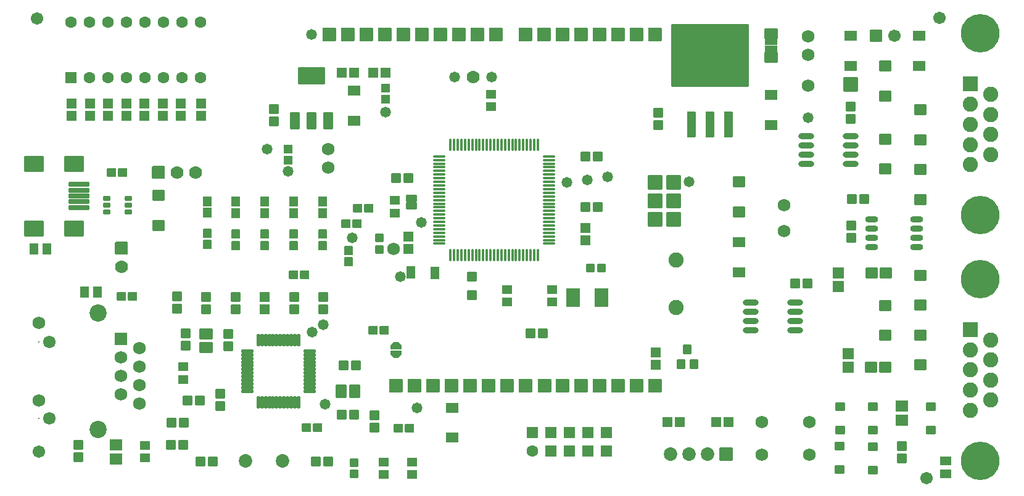
<source format=gts>
G04 Layer: TopSolderMaskLayer*
G04 EasyEDA v6.5.14, 2022-08-20 18:05:41*
G04 71264d21e31249e380a866b4b6076d16,6126cb6f80e34288b1b51c63ee1abbf7,10*
G04 Gerber Generator version 0.2*
G04 Scale: 100 percent, Rotated: No, Reflected: No *
G04 Dimensions in millimeters *
G04 leading zeros omitted , absolute positions ,4 integer and 5 decimal *
%FSLAX45Y45*%
%MOMM*%

%AMMACRO1*1,1,$1,$2,$3*1,1,$1,$4,$5*1,1,$1,0-$2,0-$3*1,1,$1,0-$4,0-$5*20,1,$1,$2,$3,$4,$5,0*20,1,$1,$4,$5,0-$2,0-$3,0*20,1,$1,0-$2,0-$3,0-$4,0-$5,0*20,1,$1,0-$4,0-$5,$2,$3,0*4,1,4,$2,$3,$4,$5,0-$2,0-$3,0-$4,0-$5,$2,$3,0*%
%AMMACRO2*4,1,6,-0.7264,-0.5143,-0.7264,0.0521,-0.2692,0.5143,0.2692,0.5143,0.7264,0.0521,0.7264,-0.5143,-0.7264,-0.5143,0*%
%AMMACRO3*4,1,6,-0.2819,-0.5143,-0.7264,-0.0521,-0.7264,0.5143,0.7264,0.5143,0.7264,-0.0546,0.254,-0.5143,-0.2819,-0.5143,0*%
%ADD10C,1.4732*%
%ADD11R,1.8032X1.5032*%
%ADD12C,1.7780*%
%ADD13MACRO1,0.2032X-0.635X0.381X0.635X0.381*%
%ADD14MACRO2*%
%ADD15MACRO3*%
%ADD16MACRO1,0.2032X-0.8499X1.1999X0.8499X1.1999*%
%ADD17MACRO1,0.2032X-0.5004X-0.762X-0.5004X0.762*%
%ADD18MACRO1,0.2032X-0.4991X-0.762X-0.4991X0.762*%
%ADD19MACRO1,0.2032X-0.5499X0.5994X0.5499X0.5994*%
%ADD20R,1.4021X1.3030*%
%ADD21MACRO1,0.2032X-0.5334X0.49X0.5334X0.49*%
%ADD22MACRO1,0.2032X0.5499X-0.5994X-0.5499X-0.5994*%
%ADD23MACRO1,0.2032X-0.5994X-0.5499X-0.5994X0.5499*%
%ADD24MACRO1,0.2032X0.7874X0.7874X0.7874X-0.7874*%
%ADD25O,0.27999944X1.79999894*%
%ADD26O,1.79999894X0.27999944*%
%ADD27MACRO1,0.2032X-0.5994X-0.6096X-0.5994X0.6096*%
%ADD28C,1.7272*%
%ADD29MACRO1,0.2032X0.6096X0.4547X0.6096X-0.4547*%
%ADD30MACRO1,0.2032X-0.4648X0.4902X0.4648X0.4902*%
%ADD31MACRO1,0.2032X0.49X0.4649X0.49X-0.4649*%
%ADD32MACRO1,0.2032X0.49X0.5334X0.49X-0.5334*%
%ADD33O,1.7999964X0.8128000000000001*%
%ADD34O,2.1999956000000003X0.8128000000000001*%
%ADD35MACRO1,0.2032X0.49X0.6096X0.49X-0.6096*%
%ADD36MACRO1,0.2032X-0.49X-0.5334X-0.49X0.5334*%
%ADD37MACRO1,0.2032X-0.7353X-0.635X-0.7353X0.635*%
%ADD38MACRO1,0.2032X0.7353X0.635X0.7353X-0.635*%
%ADD39MACRO1,0.2032X0.6998X0.6502X0.6998X-0.6502*%
%ADD40R,1.6027X1.6256*%
%ADD41MACRO1,0.2032X0.6985X0.508X0.6985X-0.508*%
%ADD42MACRO1,0.2032X0.7112X-0.6998X-0.7112X-0.6998*%
%ADD43MACRO1,0.2032X0.5994X0.5499X0.5994X-0.5499*%
%ADD44MACRO1,0.2032X0.508X-0.6985X-0.508X-0.6985*%
%ADD45MACRO1,0.2032X-0.4001X0.2553X0.4001X0.2553*%
%ADD46MACRO1,0.2032X0.5334X-0.49X-0.5334X-0.49*%
%ADD47MACRO1,0.2032X1.3X-0.2499X-1.3X-0.2499*%
%ADD48MACRO1,0.2032X1.2499X-1X-1.2499X-1*%
%ADD49MACRO1,0.2032X-1.2499X-1X-1.2499X1*%
%ADD50MACRO1,0.2032X-1.2501X-1X-1.2501X1*%
%ADD51MACRO1,0.2032X-0.7874X0.7874X0.7874X0.7874*%
%ADD52MACRO1,0.2032X0.5207X0.5207X0.5207X-0.5207*%
%ADD53C,1.8542*%
%ADD54MACRO1,0.2032X-0.4902X-0.4648X-0.4902X0.4648*%
%ADD55MACRO1,0.2032X-0.508X0.6985X0.508X0.6985*%
%ADD56MACRO1,0.2032X-0.6502X0.8001X0.6502X0.8001*%
%ADD57MACRO1,0.2032X0.8001X0.6502X0.8001X-0.6502*%
%ADD58R,1.8034X1.5037*%
%ADD59R,1.4021X1.4224*%
%ADD60MACRO1,0.2032X0.527X-1.6573X-0.527X-1.6573*%
%ADD61MACRO1,0.2032X5.2515X-4.2101X-5.2515X-4.2101*%
%ADD62MACRO1,0.2032X-0.5461X1.0795X0.5461X1.0795*%
%ADD63MACRO1,0.2032X-1.7526X1.0795X1.7526X1.0795*%
%ADD64R,1.6739X1.4732*%
%ADD65C,1.7018*%
%ADD66MACRO1,0.2032X-0.7493X0.7493X0.7493X0.7493*%
%ADD67C,1.7032*%
%ADD68MACRO1,0.2032X0.6096X-0.5994X-0.6096X-0.5994*%
%ADD69MACRO1,0.2032X-0.6096X0.5994X0.6096X0.5994*%
%ADD70MACRO1,0.2032X0.8255X0.8255X0.8255X-0.8255*%
%ADD71MACRO1,0.2032X-0.6985X0.6985X0.6985X0.6985*%
%ADD72C,1.6002*%
%ADD73MACRO1,0.2032X0.5994X0.6096X0.5994X-0.6096*%
%ADD74MACRO1,0.2032X-0.508X0.5715X0.508X0.5715*%
%ADD75MACRO1,0.2032X0.508X-0.5715X-0.508X-0.5715*%
%ADD76C,2.0828*%
%ADD77C,1.6027*%
%ADD78MACRO1,0.2032X-0.6998X0.6998X0.6998X0.6998*%
%ADD79C,0.2286*%
%ADD80MACRO1,0.2032X0.762X0.762X0.762X-0.762*%
%ADD81C,1.7232*%
%ADD82C,2.3622*%
%ADD83MACRO1,0.2032X0.9398X0.9398X0.9398X-0.9398*%
%ADD84C,5.2832*%
%ADD85MACRO1,0.2032X-0.8382X0.8382X0.8382X0.8382*%
%ADD86MACRO1,0.2032X-0.889X0.889X0.889X0.889*%
%ADD87MACRO1,0.2032X-0.7506X0.127X0.7506X0.127*%
%ADD88MACRO1,0.2032X-0.127X0.7506X0.127X0.7506*%
%ADD89MACRO1,0.2032X0.55X0.55X0.55X-0.55*%
%ADD90C,0.0104*%

%LPD*%
D10*
G01*
X8255000Y-3606800D03*
G01*
X7696200Y-3683000D03*
G01*
X7975600Y-3644900D03*
G01*
X3581400Y-3225800D03*
G01*
X3873500Y-3530600D03*
G01*
X4381500Y-6731000D03*
G01*
X11010900Y-2794000D03*
G01*
X5638800Y-6781800D03*
G01*
X9377679Y-3670300D03*
G01*
X6159500Y-2235200D03*
G01*
X6667500Y-2235200D03*
D11*
G01*
X10502900Y-1879600D03*
G01*
X10502900Y-1714500D03*
D10*
G01*
X5702300Y-4229100D03*
G01*
X4356100Y-5638800D03*
G01*
X4203700Y-5740400D03*
G01*
X4749800Y-4445000D03*
D12*
G01*
X6413500Y-2235200D03*
D13*
G01*
X5562600Y-3898900D03*
G01*
X5562600Y-4000500D03*
D14*
G01*
X5354319Y-5929502D03*
D15*
G01*
X5354319Y-6047105D03*
D16*
G01*
X7782560Y-5262880D03*
G01*
X8174634Y-5262981D03*
D17*
G01*
X5557520Y-4922520D03*
D18*
G01*
X5887085Y-4927345D03*
D19*
G01*
X2260727Y-7289800D03*
G01*
X2430652Y-7289800D03*
D20*
G01*
X1905000Y-7467727D03*
G01*
X1905000Y-7297801D03*
D21*
G01*
X1739900Y-5245100D03*
G01*
X1585976Y-5245100D03*
D22*
G01*
X2438400Y-6985000D03*
G01*
X2268473Y-6985000D03*
D23*
G01*
X2944190Y-6756095D03*
G01*
X2944190Y-6586169D03*
D19*
G01*
X2489504Y-6678244D03*
G01*
X2659430Y-6678244D03*
D20*
G01*
X2436113Y-6387719D03*
G01*
X2436113Y-6217793D03*
D24*
G01*
X1587500Y-4584700D03*
D12*
G01*
X1587500Y-4838700D03*
D19*
G01*
X5350129Y-3625088D03*
G01*
X5520054Y-3625088D03*
D20*
G01*
X6875018Y-5325237D03*
G01*
X6875018Y-5155311D03*
G01*
X7499350Y-5324982D03*
G01*
X7499350Y-5155056D03*
D22*
G01*
X8125079Y-4024884D03*
G01*
X7955152Y-4024884D03*
G01*
X8125079Y-3325114D03*
G01*
X7955152Y-3325114D03*
D25*
G01*
X6100063Y-3169920D03*
G01*
X6150102Y-3169920D03*
G01*
X6199886Y-3169920D03*
G01*
X6249924Y-3169920D03*
G01*
X6299961Y-3169920D03*
G01*
X6350000Y-3169920D03*
G01*
X6400038Y-3169920D03*
G01*
X6450075Y-3169920D03*
G01*
X6500113Y-3169920D03*
G01*
X6549897Y-3169920D03*
G01*
X6599936Y-3169920D03*
G01*
X6649974Y-3169920D03*
G01*
X6700011Y-3169920D03*
G01*
X6750050Y-3169920D03*
G01*
X6800088Y-3169920D03*
G01*
X6850125Y-3169920D03*
G01*
X6899909Y-3169920D03*
G01*
X6949947Y-3169920D03*
G01*
X6999986Y-3169920D03*
G01*
X7050024Y-3169920D03*
G01*
X7100061Y-3169920D03*
G01*
X7150100Y-3169920D03*
G01*
X7200138Y-3169920D03*
G01*
X7249922Y-3169920D03*
G01*
X7299959Y-3169920D03*
D26*
G01*
X7454900Y-3324860D03*
G01*
X7454900Y-3374897D03*
G01*
X7454900Y-3424681D03*
G01*
X7454900Y-3474720D03*
G01*
X7454900Y-3524757D03*
G01*
X7454900Y-3574795D03*
G01*
X7454900Y-3624834D03*
G01*
X7454900Y-3674871D03*
G01*
X7454900Y-3724910D03*
G01*
X7454900Y-3774694D03*
G01*
X7454900Y-3824731D03*
G01*
X7454900Y-3874770D03*
G01*
X7454900Y-3924807D03*
G01*
X7454900Y-3974845D03*
G01*
X7454900Y-4024884D03*
G01*
X7454900Y-4074921D03*
G01*
X7454900Y-4124705D03*
G01*
X7454900Y-4174744D03*
G01*
X7454900Y-4224781D03*
G01*
X7454900Y-4274820D03*
G01*
X7454900Y-4324857D03*
G01*
X7454900Y-4374895D03*
G01*
X7454900Y-4424934D03*
G01*
X7454900Y-4474718D03*
G01*
X7454900Y-4524755D03*
D25*
G01*
X7299959Y-4679695D03*
G01*
X7249922Y-4679695D03*
G01*
X7200138Y-4679695D03*
G01*
X7150100Y-4679695D03*
G01*
X7100061Y-4679695D03*
G01*
X7050024Y-4679695D03*
G01*
X6999986Y-4679695D03*
G01*
X6949947Y-4679695D03*
G01*
X6899909Y-4679695D03*
G01*
X6850125Y-4679695D03*
G01*
X6800088Y-4679695D03*
G01*
X6750050Y-4679695D03*
G01*
X6700011Y-4679695D03*
G01*
X6649974Y-4679695D03*
G01*
X6599936Y-4679695D03*
G01*
X6549897Y-4679695D03*
G01*
X6500113Y-4679695D03*
G01*
X6450075Y-4679695D03*
G01*
X6400038Y-4679695D03*
G01*
X6350000Y-4679695D03*
G01*
X6299961Y-4679695D03*
G01*
X6249924Y-4679695D03*
G01*
X6199886Y-4679695D03*
G01*
X6150102Y-4679695D03*
G01*
X6100063Y-4679695D03*
D26*
G01*
X5945124Y-4524755D03*
G01*
X5945124Y-4474718D03*
G01*
X5945124Y-4424934D03*
G01*
X5945124Y-4374895D03*
G01*
X5945124Y-4324857D03*
G01*
X5945124Y-4274820D03*
G01*
X5945124Y-4224781D03*
G01*
X5945124Y-4174744D03*
G01*
X5945124Y-4124705D03*
G01*
X5945124Y-4074921D03*
G01*
X5945124Y-4024884D03*
G01*
X5945124Y-3974845D03*
G01*
X5945124Y-3924807D03*
G01*
X5945124Y-3874770D03*
G01*
X5945124Y-3824731D03*
G01*
X5945124Y-3774694D03*
G01*
X5945124Y-3724910D03*
G01*
X5945124Y-3674871D03*
G01*
X5945124Y-3624834D03*
G01*
X5945124Y-3574795D03*
G01*
X5945124Y-3524757D03*
G01*
X5945124Y-3474720D03*
G01*
X5945124Y-3424681D03*
G01*
X5945124Y-3374897D03*
G01*
X5945124Y-3324860D03*
D20*
G01*
X6654800Y-2641727D03*
G01*
X6654800Y-2471801D03*
D27*
G01*
X5525007Y-4600067D03*
G01*
X5525007Y-4430140D03*
D28*
G01*
X10374122Y-6976110D03*
G01*
X11024108Y-6976110D03*
G01*
X10374122Y-7426197D03*
G01*
X11024108Y-7426197D03*
D27*
G01*
X7948676Y-4475352D03*
G01*
X7948676Y-4305427D03*
D29*
G01*
X11896851Y-7636255D03*
G01*
X11896851Y-7311136D03*
D23*
G01*
X12294869Y-7474458D03*
G01*
X12294869Y-7304531D03*
D29*
G01*
X11444224Y-7630668D03*
G01*
X11444224Y-7305547D03*
G01*
X11895074Y-7088378D03*
G01*
X11895074Y-6763258D03*
D20*
G01*
X5334000Y-4101972D03*
G01*
X5334000Y-3932046D03*
D30*
G01*
X8171179Y-4859019D03*
G01*
X8017256Y-4859019D03*
D29*
G01*
X12697968Y-7086346D03*
G01*
X12697968Y-6761226D03*
D31*
G01*
X5124957Y-4602492D03*
G01*
X5124957Y-4448568D03*
D32*
G01*
X4700523Y-4775454D03*
G01*
X4700523Y-4621530D03*
D33*
G01*
X12501879Y-4572000D03*
G01*
X12501879Y-4445000D03*
G01*
X12501879Y-4318000D03*
G01*
X12501879Y-4191000D03*
G01*
X11882120Y-4572000D03*
G01*
X11882120Y-4445000D03*
G01*
X11882120Y-4318000D03*
G01*
X11882120Y-4191000D03*
D34*
G01*
X10985500Y-3048000D03*
G01*
X10985500Y-3175000D03*
G01*
X10985500Y-3302000D03*
G01*
X10985500Y-3429000D03*
G01*
X11590020Y-3048000D03*
G01*
X11590020Y-3175000D03*
G01*
X11590020Y-3302000D03*
G01*
X11590020Y-3429000D03*
D35*
G01*
X3549904Y-4102379D03*
G01*
X3549904Y-3948455D03*
D36*
G01*
X3549904Y-4397502D03*
G01*
X3549904Y-4551426D03*
G01*
X3149345Y-4397502D03*
G01*
X3149345Y-4551426D03*
D35*
G01*
X3149345Y-4102379D03*
G01*
X3149345Y-3948455D03*
D37*
G01*
X12549885Y-3915918D03*
G01*
X12549885Y-3504437D03*
D38*
G01*
X12065000Y-3086100D03*
G01*
X12065000Y-3497579D03*
G01*
X12549885Y-2684018D03*
G01*
X12549885Y-3095497D03*
D34*
G01*
X10223500Y-5334000D03*
G01*
X10223500Y-5461000D03*
G01*
X10223500Y-5588000D03*
G01*
X10223500Y-5715000D03*
G01*
X10828020Y-5334000D03*
G01*
X10828020Y-5461000D03*
G01*
X10828020Y-5588000D03*
G01*
X10828020Y-5715000D03*
D39*
G01*
X11424920Y-4925060D03*
G01*
X11424920Y-5115052D03*
D40*
G01*
X11557127Y-6223000D03*
G01*
X11557127Y-6033007D03*
D41*
G01*
X12899897Y-7505445D03*
G01*
X12899897Y-7683245D03*
D38*
G01*
X12065000Y-5372100D03*
G01*
X12065000Y-5783579D03*
D37*
G01*
X12549885Y-6190995D03*
G01*
X12549885Y-5779515D03*
D38*
G01*
X12549885Y-4959095D03*
G01*
X12549885Y-5370576D03*
D35*
G01*
X4348479Y-4102379D03*
G01*
X4348479Y-3948455D03*
D36*
G01*
X4348479Y-4397502D03*
G01*
X4348479Y-4551426D03*
G01*
X3951731Y-4397502D03*
G01*
X3951731Y-4551426D03*
D35*
G01*
X3951731Y-4102379D03*
G01*
X3951731Y-3948455D03*
D42*
G01*
X12065000Y-6223000D03*
G01*
X11875008Y-6223000D03*
G01*
X12074905Y-4924806D03*
G01*
X11884913Y-4924806D03*
D43*
G01*
X11595100Y-2641472D03*
G01*
X11595100Y-2811398D03*
G01*
X11600434Y-4275328D03*
G01*
X11600434Y-4445254D03*
D22*
G01*
X10999724Y-5075173D03*
G01*
X10829797Y-5075173D03*
D44*
G01*
X563879Y-4599939D03*
G01*
X386079Y-4599939D03*
D45*
G01*
X1675002Y-4089018D03*
G01*
X1675002Y-3995039D03*
G01*
X1675002Y-3901059D03*
G01*
X1385442Y-3901059D03*
G01*
X1385442Y-3995039D03*
G01*
X1385442Y-4089018D03*
D46*
G01*
X1447546Y-3549904D03*
G01*
X1601469Y-3549904D03*
D47*
G01*
X998219Y-4028694D03*
G01*
X998219Y-3948684D03*
G01*
X998219Y-3868673D03*
G01*
X998219Y-3788663D03*
G01*
X998219Y-3708654D03*
D48*
G01*
X937514Y-4314647D03*
D49*
G01*
X937514Y-3424732D03*
D50*
G01*
X387515Y-3424681D03*
G01*
X387515Y-4314697D03*
D12*
G01*
X2599690Y-3550157D03*
G01*
X2345689Y-3550157D03*
D51*
G01*
X2091689Y-3550157D03*
D43*
G01*
X2463799Y-5753227D03*
G01*
X2463799Y-5923153D03*
D52*
G01*
X3875023Y-3223767D03*
G01*
X3875023Y-3376167D03*
D53*
G01*
X3797045Y-7510018D03*
G01*
X3289045Y-7510018D03*
D54*
G01*
X4775200Y-7531100D03*
G01*
X4775200Y-7685023D03*
D43*
G01*
X5054600Y-6883272D03*
G01*
X5054600Y-7053198D03*
D20*
G01*
X5575300Y-7696327D03*
G01*
X5575300Y-7526401D03*
G01*
X5181600Y-7696327D03*
G01*
X5181600Y-7526401D03*
D19*
G01*
X2667381Y-7518908D03*
G01*
X2837306Y-7518908D03*
D22*
G01*
X4419472Y-7517638D03*
G01*
X4249547Y-7517638D03*
D43*
G01*
X3048000Y-5765927D03*
G01*
X3048000Y-5935853D03*
D23*
G01*
X2748280Y-5428742D03*
G01*
X2748280Y-5258815D03*
D43*
G01*
X2351785Y-5248655D03*
G01*
X2351785Y-5418581D03*
D55*
G01*
X1079754Y-5192013D03*
G01*
X1257554Y-5192013D03*
D23*
G01*
X4350003Y-5424423D03*
G01*
X4350003Y-5254497D03*
G01*
X3953510Y-5425439D03*
G01*
X3953510Y-5255513D03*
D46*
G01*
X5384800Y-7061200D03*
G01*
X5538723Y-7061200D03*
D22*
G01*
X4800218Y-6199885D03*
G01*
X4630293Y-6199885D03*
D56*
G01*
X4599685Y-6550660D03*
G01*
X4789678Y-6550660D03*
D57*
G01*
X2743200Y-5765800D03*
G01*
X2743200Y-5955792D03*
D22*
G01*
X4775072Y-6876796D03*
G01*
X4605147Y-6876796D03*
D29*
G01*
X11445748Y-7085329D03*
G01*
X11445748Y-6760210D03*
D58*
G01*
X12299950Y-6949947D03*
G01*
X12299950Y-6759955D03*
D59*
G01*
X3551427Y-5424931D03*
G01*
X3551427Y-5255005D03*
D23*
G01*
X3150869Y-5425439D03*
G01*
X3150869Y-5255513D03*
D21*
G01*
X4102607Y-4948935D03*
G01*
X3948709Y-4948935D03*
D46*
G01*
X4124198Y-7050277D03*
G01*
X4278121Y-7050277D03*
D21*
G01*
X5194300Y-5715000D03*
G01*
X5040376Y-5715000D03*
D60*
G01*
X9410700Y-2890519D03*
G01*
X9664700Y-2890519D03*
G01*
X9918700Y-2890519D03*
D61*
G01*
X9664700Y-1935480D03*
D62*
G01*
X3962400Y-2834639D03*
G01*
X4193539Y-2834639D03*
G01*
X4422139Y-2834639D03*
D63*
G01*
X4193539Y-2214879D03*
D64*
G01*
X12535027Y-2082800D03*
G01*
X12535027Y-1671320D03*
D43*
G01*
X8950197Y-2722626D03*
G01*
X8950197Y-2892552D03*
D64*
G01*
X10500233Y-2891028D03*
G01*
X10500233Y-2479547D03*
G01*
X4775327Y-2832100D03*
G01*
X4775327Y-2420620D03*
D57*
G01*
X10502900Y-1643380D03*
G01*
X10502900Y-1963419D03*
D43*
G01*
X3675126Y-2675128D03*
G01*
X3675126Y-2845053D03*
D28*
G01*
X4424679Y-3223005D03*
G01*
X4424679Y-3477005D03*
G01*
X10674858Y-3997197D03*
G01*
X10674858Y-4352797D03*
G01*
X11010900Y-1676400D03*
G01*
X11010900Y-1930400D03*
D65*
G01*
X12192000Y-1663700D03*
D66*
G01*
X11938000Y-1663700D03*
D52*
G01*
X5207000Y-2387600D03*
G01*
X5207000Y-2540000D03*
D37*
G01*
X2091944Y-4273804D03*
G01*
X2091944Y-3862323D03*
G01*
X10060939Y-4086860D03*
G01*
X10060939Y-3675379D03*
D64*
G01*
X6125590Y-7190231D03*
G01*
X6125590Y-6778752D03*
D38*
G01*
X12064873Y-2082800D03*
G01*
X12064873Y-2494279D03*
D67*
G01*
X424179Y-1427479D03*
G01*
X12811759Y-1419860D03*
G01*
X447039Y-7381239D03*
G01*
X12631420Y-7744460D03*
D68*
G01*
X9250044Y-6975093D03*
G01*
X9080119Y-6975093D03*
D69*
G01*
X9749917Y-6974839D03*
G01*
X9919843Y-6974839D03*
D70*
G01*
X9883902Y-7416800D03*
D53*
G01*
X9629902Y-7416800D03*
G01*
X9375902Y-7416800D03*
G01*
X9121902Y-7416800D03*
D71*
G01*
X890270Y-2241042D03*
D72*
G01*
X1144270Y-2241042D03*
G01*
X1398270Y-2241042D03*
G01*
X1652270Y-2241042D03*
G01*
X1906270Y-2241042D03*
G01*
X2160270Y-2241042D03*
G01*
X2414270Y-2241042D03*
G01*
X2668270Y-2241042D03*
G01*
X2668270Y-1479042D03*
G01*
X2414270Y-1479042D03*
G01*
X2160270Y-1479042D03*
G01*
X1906270Y-1479042D03*
G01*
X1652270Y-1479042D03*
G01*
X1398270Y-1479042D03*
G01*
X1144270Y-1479042D03*
G01*
X890270Y-1479042D03*
D73*
G01*
X2674873Y-2600071D03*
G01*
X2674873Y-2769997D03*
G01*
X2400299Y-2600071D03*
G01*
X2400299Y-2769997D03*
G01*
X2150364Y-2600071D03*
G01*
X2150364Y-2769997D03*
G01*
X1900173Y-2600071D03*
G01*
X1900173Y-2769997D03*
G01*
X1651253Y-2600071D03*
G01*
X1651253Y-2769997D03*
G01*
X1400301Y-2600071D03*
G01*
X1400301Y-2769997D03*
G01*
X1150365Y-2600071D03*
G01*
X1150365Y-2769997D03*
G01*
X900176Y-2600071D03*
G01*
X900176Y-2769997D03*
D74*
G01*
X9349993Y-5973318D03*
G01*
X9438893Y-6176518D03*
D75*
G01*
X9261093Y-6176518D03*
D27*
G01*
X8915400Y-6185027D03*
G01*
X8915400Y-6015101D03*
D76*
G01*
X9194800Y-5397500D03*
G01*
X9194800Y-4747260D03*
D64*
G01*
X10058527Y-4914900D03*
G01*
X10058527Y-4503420D03*
D36*
G01*
X2759456Y-4386580D03*
G01*
X2759456Y-4540504D03*
D35*
G01*
X2759202Y-4101363D03*
G01*
X2759202Y-3947439D03*
D77*
G01*
X7227061Y-7370318D03*
D78*
G01*
X7227188Y-7116444D03*
G01*
X7481188Y-7370444D03*
G01*
X7481188Y-7116444D03*
G01*
X7735188Y-7370444D03*
G01*
X7735188Y-7116444D03*
G01*
X7989188Y-7370444D03*
G01*
X7989188Y-7116444D03*
G01*
X8243188Y-7370444D03*
G01*
X8243188Y-7116444D03*
D79*
G01*
X454913Y-6926326D03*
D80*
G01*
X1579879Y-5831839D03*
D28*
G01*
X1833879Y-5958839D03*
G01*
X1579879Y-6085839D03*
G01*
X1833879Y-6212839D03*
G01*
X1579879Y-6339839D03*
G01*
X1833879Y-6466839D03*
G01*
X1579879Y-6593839D03*
G01*
X1833879Y-6720839D03*
G01*
X454660Y-5615939D03*
D81*
G01*
X594868Y-5876289D03*
D28*
G01*
X454660Y-6682739D03*
D81*
G01*
X594868Y-6926326D03*
D82*
G01*
X1262379Y-5476239D03*
G01*
X1262379Y-7076439D03*
D79*
G01*
X454913Y-5876289D03*
D83*
G01*
X13231621Y-2331465D03*
D76*
G01*
X13231622Y-2608326D03*
G01*
X13231622Y-2885186D03*
G01*
X13231622Y-3162045D03*
G01*
X13231622Y-3438905D03*
G01*
X13516102Y-2471165D03*
G01*
X13516102Y-2748026D03*
G01*
X13516102Y-3022345D03*
G01*
X13516102Y-3299205D03*
D84*
G01*
X13373861Y-1635505D03*
G01*
X13373861Y-4134865D03*
D83*
G01*
X13231621Y-5706364D03*
D76*
G01*
X13231622Y-5983223D03*
G01*
X13231622Y-6260084D03*
G01*
X13231622Y-6536944D03*
G01*
X13231622Y-6813804D03*
G01*
X13516102Y-5846063D03*
G01*
X13516102Y-6122923D03*
G01*
X13516102Y-6397244D03*
G01*
X13516102Y-6674104D03*
D84*
G01*
X13373861Y-5010404D03*
G01*
X13373861Y-7509763D03*
D85*
G01*
X7895081Y-1649984D03*
G01*
X7641081Y-6475984D03*
G01*
X8149081Y-1649984D03*
G01*
X8403081Y-1649984D03*
G01*
X8657081Y-1649984D03*
G01*
X8911081Y-1649984D03*
G01*
X7641081Y-1649984D03*
G01*
X7387081Y-1649984D03*
G01*
X7133081Y-1649984D03*
G01*
X6726681Y-1649984D03*
G01*
X6472681Y-1649984D03*
G01*
X6218681Y-1649984D03*
G01*
X5964681Y-1649984D03*
G01*
X5710681Y-1649984D03*
G01*
X5456681Y-1649984D03*
G01*
X5202681Y-1649984D03*
G01*
X4948681Y-1649984D03*
G01*
X7895081Y-6475984D03*
G01*
X8149081Y-6475984D03*
G01*
X8403081Y-6475984D03*
G01*
X8657081Y-6475984D03*
G01*
X8911081Y-6475984D03*
G01*
X7133081Y-6475984D03*
G01*
X6879081Y-6475984D03*
G01*
X6625081Y-6475984D03*
G01*
X6371081Y-6475984D03*
G01*
X6117081Y-6475984D03*
G01*
X5863081Y-6475984D03*
G01*
X4694681Y-1649984D03*
G01*
X4440681Y-1649984D03*
G01*
X5609081Y-6475984D03*
G01*
X5355081Y-6475984D03*
D86*
G01*
X9165081Y-3935984D03*
G01*
X8911081Y-3935984D03*
G01*
X8911081Y-3681984D03*
G01*
X9165081Y-3681984D03*
G01*
X9165081Y-4189984D03*
G01*
X8911081Y-4189984D03*
D87*
G01*
X3309493Y-6001765D03*
G01*
X3309493Y-6050026D03*
G01*
X3309493Y-6100826D03*
G01*
X3309493Y-6151626D03*
G01*
X3309493Y-6199886D03*
G01*
X3309493Y-6250686D03*
G01*
X3309493Y-6301486D03*
G01*
X3309493Y-6352286D03*
G01*
X3309493Y-6400545D03*
G01*
X3309493Y-6451345D03*
G01*
X3309493Y-6502145D03*
G01*
X3309493Y-6550405D03*
D88*
G01*
X3464306Y-6705472D03*
G01*
X3512565Y-6705472D03*
G01*
X3563365Y-6705472D03*
G01*
X3614165Y-6705472D03*
G01*
X3662425Y-6705472D03*
G01*
X3713225Y-6705472D03*
G01*
X3764025Y-6705472D03*
G01*
X3814825Y-6705472D03*
G01*
X3863086Y-6705472D03*
G01*
X3913886Y-6705472D03*
G01*
X3964686Y-6705472D03*
G01*
X4012945Y-6705472D03*
D87*
G01*
X4168013Y-6550405D03*
G01*
X4168013Y-6502145D03*
G01*
X4168013Y-6451345D03*
G01*
X4168013Y-6400545D03*
G01*
X4168013Y-6352286D03*
G01*
X4168013Y-6301486D03*
G01*
X4168013Y-6250686D03*
G01*
X4168013Y-6199886D03*
G01*
X4168013Y-6151626D03*
G01*
X4168013Y-6100826D03*
G01*
X4168013Y-6050026D03*
G01*
X4168013Y-6001765D03*
D88*
G01*
X4012945Y-5846952D03*
G01*
X3964686Y-5846952D03*
G01*
X3913886Y-5846952D03*
G01*
X3863086Y-5846952D03*
G01*
X3814825Y-5846952D03*
G01*
X3764025Y-5846952D03*
G01*
X3713225Y-5846952D03*
G01*
X3662425Y-5846952D03*
G01*
X3614165Y-5846952D03*
G01*
X3563365Y-5846952D03*
G01*
X3512565Y-5846952D03*
G01*
X3464306Y-5846952D03*
D19*
G01*
X11607927Y-3911600D03*
G01*
X11777852Y-3911600D03*
D68*
G01*
X4775326Y-2174239D03*
G01*
X4605401Y-2174239D03*
G01*
X5207126Y-2174239D03*
G01*
X5037201Y-2174239D03*
D21*
G01*
X4818405Y-4246880D03*
G01*
X4664455Y-4246880D03*
G01*
X4978425Y-4038600D03*
G01*
X4824476Y-4038600D03*
D58*
G01*
X1511300Y-7480300D03*
G01*
X1511300Y-7290308D03*
D43*
G01*
X990600Y-7289927D03*
G01*
X990600Y-7459853D03*
D89*
G01*
X6398261Y-4978400D03*
G01*
X6398261Y-5232400D03*
D64*
G01*
X11595227Y-2082800D03*
G01*
X11595227Y-1671320D03*
D19*
G01*
X7195693Y-5753100D03*
G01*
X7365618Y-5753100D03*
D10*
G01*
X5207000Y-2717800D03*
G01*
X5410200Y-4978400D03*
D28*
G01*
X5321300Y-4597400D03*
D10*
G01*
X4191000Y-1651000D03*
D85*
G01*
X7391400Y-6477000D03*
D86*
G01*
X11595100Y-2336800D03*
D28*
G01*
X11010900Y-2349500D03*
M02*

</source>
